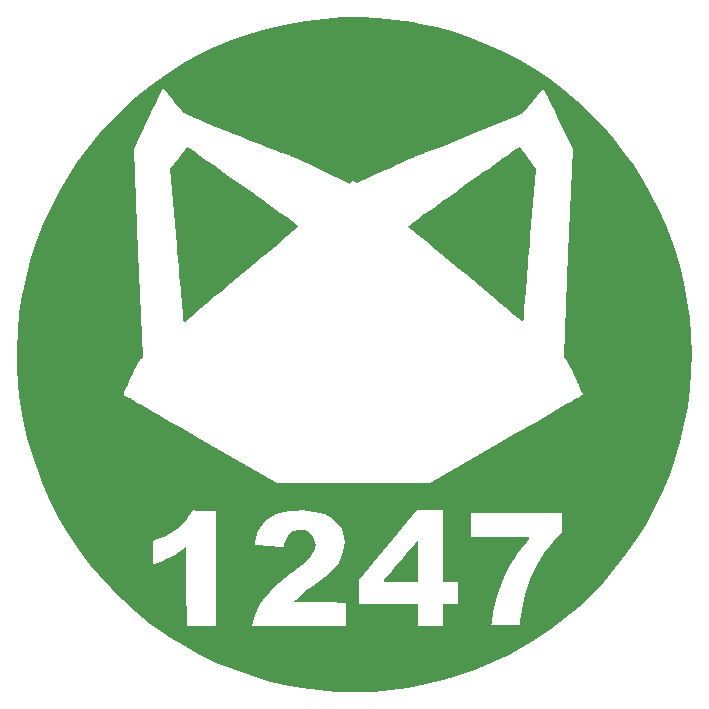
<source format=gbr>
%TF.GenerationSoftware,KiCad,Pcbnew,(6.0.5)*%
%TF.CreationDate,2023-06-02T13:35:43-04:00*%
%TF.ProjectId,Robocat Pin,526f626f-6361-4742-9050-696e2e6b6963,rev?*%
%TF.SameCoordinates,Original*%
%TF.FileFunction,Copper,L1,Top*%
%TF.FilePolarity,Positive*%
%FSLAX46Y46*%
G04 Gerber Fmt 4.6, Leading zero omitted, Abs format (unit mm)*
G04 Created by KiCad (PCBNEW (6.0.5)) date 2023-06-02 13:35:43*
%MOMM*%
%LPD*%
G01*
G04 APERTURE LIST*
G04 APERTURE END LIST*
%TO.C,G\u002A\u002A\u002A*%
G36*
X58270121Y-68266965D02*
G01*
X58277754Y-68378686D01*
X58284406Y-68559190D01*
X58289938Y-68802036D01*
X58294216Y-69100780D01*
X58297103Y-69448980D01*
X58298463Y-69840194D01*
X58298553Y-69976210D01*
X58298553Y-71735562D01*
X56808039Y-71735562D01*
X56468270Y-71734709D01*
X56155699Y-71732282D01*
X55879376Y-71728476D01*
X55648349Y-71723489D01*
X55471668Y-71717515D01*
X55358382Y-71710752D01*
X55317540Y-71703396D01*
X55317524Y-71703246D01*
X55343143Y-71666648D01*
X55416107Y-71574948D01*
X55530583Y-71435032D01*
X55680735Y-71253781D01*
X55860726Y-71038079D01*
X56064722Y-70794810D01*
X56286888Y-70530857D01*
X56521387Y-70253103D01*
X56762385Y-69968431D01*
X57004045Y-69683725D01*
X57240533Y-69405868D01*
X57466013Y-69141743D01*
X57674649Y-68898233D01*
X57860607Y-68682222D01*
X58018050Y-68500593D01*
X58141144Y-68360230D01*
X58224052Y-68268015D01*
X58260940Y-68230832D01*
X58261641Y-68230470D01*
X58270121Y-68266965D01*
G37*
G36*
X38783907Y-34926328D02*
G01*
X38825057Y-34950244D01*
X38928029Y-35018619D01*
X39088306Y-35128276D01*
X39301372Y-35276034D01*
X39562709Y-35458715D01*
X39867802Y-35673139D01*
X40212133Y-35916127D01*
X40591186Y-36184500D01*
X41000444Y-36475079D01*
X41435390Y-36784684D01*
X41891508Y-37110137D01*
X42211934Y-37339216D01*
X42713251Y-37697725D01*
X43219520Y-38059448D01*
X43723741Y-38419399D01*
X44218908Y-38772591D01*
X44698020Y-39114040D01*
X45154073Y-39438758D01*
X45580065Y-39741761D01*
X45968992Y-40018063D01*
X46313850Y-40262676D01*
X46607638Y-40470617D01*
X46843352Y-40636898D01*
X46880352Y-40662919D01*
X47168530Y-40866418D01*
X47434752Y-41056255D01*
X47671798Y-41227144D01*
X47872445Y-41373794D01*
X48029470Y-41490916D01*
X48135652Y-41573222D01*
X48183769Y-41615423D01*
X48185874Y-41619002D01*
X48155550Y-41648763D01*
X48066645Y-41727414D01*
X47923270Y-41851503D01*
X47729540Y-42017577D01*
X47489565Y-42222184D01*
X47207460Y-42461870D01*
X46887335Y-42733184D01*
X46533304Y-43032672D01*
X46149479Y-43356881D01*
X45739973Y-43702359D01*
X45308897Y-44065654D01*
X44860365Y-44443312D01*
X44398489Y-44831881D01*
X43927381Y-45227908D01*
X43451154Y-45627940D01*
X42973920Y-46028525D01*
X42499792Y-46426210D01*
X42032882Y-46817542D01*
X41577302Y-47199069D01*
X41137166Y-47567337D01*
X40716586Y-47918895D01*
X40319673Y-48250289D01*
X39950541Y-48558066D01*
X39613302Y-48838774D01*
X39312068Y-49088961D01*
X39050952Y-49305173D01*
X38834066Y-49483958D01*
X38665523Y-49621863D01*
X38549436Y-49715435D01*
X38489916Y-49761222D01*
X38482878Y-49765383D01*
X38451156Y-49735962D01*
X38451115Y-49735160D01*
X38447494Y-49691753D01*
X38437140Y-49571330D01*
X38420430Y-49378236D01*
X38397744Y-49116817D01*
X38369459Y-48791418D01*
X38335956Y-48406384D01*
X38297612Y-47966062D01*
X38254805Y-47474796D01*
X38207916Y-46936933D01*
X38157321Y-46356816D01*
X38103400Y-45738793D01*
X38046532Y-45087209D01*
X37987094Y-44406408D01*
X37925466Y-43700737D01*
X37884610Y-43233031D01*
X37319240Y-36761530D01*
X38020660Y-35841713D01*
X38213727Y-35591467D01*
X38388500Y-35370632D01*
X38538935Y-35186454D01*
X38658992Y-35046179D01*
X38742629Y-34957053D01*
X38783803Y-34926322D01*
X38783907Y-34926328D01*
G37*
G36*
X66920902Y-34942332D02*
G01*
X66998136Y-35029912D01*
X67109889Y-35167400D01*
X67249638Y-35346555D01*
X67410862Y-35559134D01*
X67587039Y-35796896D01*
X67622055Y-35844772D01*
X68308741Y-36785630D01*
X67816733Y-42428361D01*
X67757058Y-43114466D01*
X67698794Y-43787677D01*
X67642401Y-44442509D01*
X67588340Y-45073475D01*
X67537071Y-45675088D01*
X67489057Y-46241864D01*
X67444757Y-46768315D01*
X67404632Y-47248955D01*
X67369144Y-47678299D01*
X67338753Y-48050859D01*
X67313919Y-48361151D01*
X67295104Y-48603687D01*
X67282769Y-48772982D01*
X67279289Y-48826558D01*
X67263388Y-49072232D01*
X67246904Y-49294339D01*
X67231097Y-49478146D01*
X67217227Y-49608919D01*
X67207119Y-49670202D01*
X67198369Y-49677712D01*
X67177730Y-49673964D01*
X67142370Y-49656664D01*
X67089452Y-49623513D01*
X67016143Y-49572219D01*
X66919608Y-49500483D01*
X66797013Y-49406012D01*
X66645523Y-49286508D01*
X66462304Y-49139677D01*
X66244521Y-48963223D01*
X65989340Y-48754850D01*
X65693925Y-48512263D01*
X65355443Y-48233165D01*
X64971060Y-47915261D01*
X64537940Y-47556256D01*
X64053249Y-47153853D01*
X63514152Y-46705758D01*
X62917816Y-46209674D01*
X62320900Y-45712836D01*
X61773751Y-45257163D01*
X61243973Y-44815624D01*
X60734944Y-44391051D01*
X60250039Y-43986273D01*
X59792636Y-43604119D01*
X59366111Y-43247419D01*
X58973843Y-42919004D01*
X58619206Y-42621702D01*
X58305578Y-42358344D01*
X58036337Y-42131760D01*
X57814858Y-41944779D01*
X57644519Y-41800231D01*
X57528696Y-41700946D01*
X57470766Y-41649754D01*
X57464486Y-41643148D01*
X57497728Y-41614589D01*
X57593008Y-41542051D01*
X57745746Y-41428806D01*
X57951365Y-41278125D01*
X58205285Y-41093279D01*
X58502928Y-40877540D01*
X58839715Y-40634178D01*
X59211066Y-40366465D01*
X59612404Y-40077673D01*
X60039150Y-39771072D01*
X60486724Y-39449934D01*
X60950548Y-39117530D01*
X61426043Y-38777132D01*
X61908631Y-38432010D01*
X62393733Y-38085437D01*
X62876769Y-37740683D01*
X63353161Y-37401019D01*
X63818331Y-37069717D01*
X64267699Y-36750049D01*
X64696686Y-36445285D01*
X65100715Y-36158697D01*
X65475206Y-35893556D01*
X65815581Y-35653134D01*
X66117260Y-35440701D01*
X66375664Y-35259529D01*
X66586216Y-35112889D01*
X66744337Y-35004053D01*
X66845446Y-34936292D01*
X66884708Y-34912905D01*
X66920902Y-34942332D01*
G37*
G36*
X29422144Y-68776589D02*
G01*
X28601092Y-67522780D01*
X27846566Y-66226777D01*
X27160378Y-64891158D01*
X26544340Y-63518501D01*
X26000263Y-62111387D01*
X25529960Y-60672394D01*
X25223665Y-59561708D01*
X24883759Y-58060891D01*
X24625054Y-56553855D01*
X24547481Y-55893024D01*
X33377069Y-55893024D01*
X33377800Y-55896215D01*
X33415859Y-55919508D01*
X33521133Y-55981583D01*
X33690099Y-56080397D01*
X33919234Y-56213910D01*
X34205015Y-56380080D01*
X34543919Y-56576866D01*
X34932423Y-56802225D01*
X35367005Y-57054117D01*
X35844141Y-57330500D01*
X36360309Y-57629332D01*
X36911985Y-57948573D01*
X37495647Y-58286180D01*
X38107773Y-58640113D01*
X38744838Y-59008329D01*
X39403320Y-59388788D01*
X39881511Y-59664995D01*
X46354019Y-63403096D01*
X52812913Y-63404055D01*
X59271807Y-63405015D01*
X65778348Y-59647502D01*
X66451142Y-59258783D01*
X67104650Y-58880848D01*
X67735385Y-58515731D01*
X68339859Y-58165463D01*
X68914583Y-57832078D01*
X69456069Y-57517608D01*
X69960831Y-57224086D01*
X70425379Y-56953544D01*
X70846227Y-56708014D01*
X71219886Y-56489530D01*
X71542868Y-56300124D01*
X71811686Y-56141828D01*
X72022851Y-56016674D01*
X72172876Y-55926697D01*
X72258272Y-55873927D01*
X72277806Y-55859962D01*
X72259531Y-55817410D01*
X72210510Y-55709112D01*
X72134551Y-55543328D01*
X72035461Y-55328313D01*
X71917046Y-55072328D01*
X71783114Y-54783628D01*
X71637471Y-54470473D01*
X71614473Y-54421092D01*
X71442408Y-54052846D01*
X71300041Y-53751346D01*
X71183326Y-53508963D01*
X71088216Y-53318067D01*
X71010666Y-53171029D01*
X70946630Y-53060221D01*
X70892061Y-52978012D01*
X70842915Y-52916774D01*
X70795144Y-52868877D01*
X70787841Y-52862367D01*
X70617460Y-52712484D01*
X71016649Y-43898862D01*
X71415837Y-35085240D01*
X70183535Y-32532989D01*
X69977208Y-32106076D01*
X69780921Y-31700739D01*
X69597606Y-31322982D01*
X69430192Y-30978805D01*
X69281611Y-30674210D01*
X69154794Y-30415199D01*
X69052670Y-30207773D01*
X68978173Y-30057934D01*
X68934231Y-29971684D01*
X68923365Y-29952481D01*
X68892174Y-29976354D01*
X68816331Y-30057059D01*
X68701935Y-30187439D01*
X68555089Y-30360336D01*
X68381890Y-30568593D01*
X68188439Y-30805052D01*
X68037942Y-30991358D01*
X67180386Y-32058493D01*
X66710772Y-32259122D01*
X65426948Y-32802431D01*
X64146942Y-33333990D01*
X62884242Y-33848359D01*
X61652338Y-34340101D01*
X60464719Y-34803776D01*
X59334874Y-35233946D01*
X59299849Y-35247088D01*
X58989358Y-35364478D01*
X58699357Y-35476438D01*
X58420315Y-35587094D01*
X58142703Y-35700568D01*
X57856990Y-35820987D01*
X57553646Y-35952474D01*
X57223141Y-36099153D01*
X56855944Y-36265149D01*
X56442525Y-36454586D01*
X55973354Y-36671589D01*
X55508206Y-36887972D01*
X53104175Y-38008450D01*
X52968076Y-37904643D01*
X52866124Y-37831431D01*
X52798585Y-37809012D01*
X52735601Y-37837780D01*
X52657102Y-37908751D01*
X52544461Y-38016668D01*
X50082199Y-36870127D01*
X49542160Y-36619256D01*
X49066972Y-36399954D01*
X48647874Y-36208413D01*
X48276105Y-36040826D01*
X47942904Y-35893384D01*
X47639510Y-35762279D01*
X47357162Y-35643704D01*
X47087098Y-35533849D01*
X46820557Y-35428908D01*
X46548779Y-35325072D01*
X46394855Y-35267411D01*
X45954036Y-35101670D01*
X45454021Y-34910912D01*
X44911016Y-34701504D01*
X44341229Y-34479809D01*
X43760867Y-34252192D01*
X43186135Y-34025018D01*
X42633241Y-33804652D01*
X42118392Y-33597459D01*
X41657794Y-33409802D01*
X41514952Y-33350970D01*
X41130541Y-33191509D01*
X40744112Y-33030072D01*
X40363359Y-32869962D01*
X39995972Y-32714482D01*
X39649644Y-32566935D01*
X39332066Y-32430621D01*
X39050930Y-32308845D01*
X38813929Y-32204909D01*
X38628753Y-32122115D01*
X38503095Y-32063765D01*
X38444647Y-32033163D01*
X38443264Y-32032139D01*
X38403003Y-31988789D01*
X38318637Y-31889434D01*
X38196745Y-31742114D01*
X38043904Y-31554867D01*
X37866693Y-31335734D01*
X37671689Y-31092752D01*
X37555250Y-30946855D01*
X37355859Y-30697500D01*
X37172953Y-30470643D01*
X37012618Y-30273687D01*
X36880942Y-30114034D01*
X36784012Y-29999086D01*
X36727915Y-29936247D01*
X36716330Y-29926681D01*
X36696608Y-29964977D01*
X36644335Y-30070938D01*
X36562385Y-30238639D01*
X36453630Y-30462153D01*
X36320946Y-30735558D01*
X36167204Y-31052926D01*
X35995278Y-31408333D01*
X35808042Y-31795855D01*
X35608370Y-32209565D01*
X35457005Y-32523464D01*
X34212353Y-35105573D01*
X34615416Y-43895567D01*
X35018478Y-52685562D01*
X34850420Y-52846224D01*
X34801352Y-52898895D01*
X34748687Y-52968995D01*
X34688521Y-53063945D01*
X34616952Y-53191168D01*
X34530077Y-53358086D01*
X34423995Y-53572122D01*
X34294804Y-53840697D01*
X34138600Y-54171235D01*
X34014479Y-54436210D01*
X33866984Y-54754299D01*
X33732367Y-55049339D01*
X33614188Y-55313164D01*
X33516009Y-55537609D01*
X33441389Y-55714511D01*
X33393889Y-55835704D01*
X33377069Y-55893024D01*
X24547481Y-55893024D01*
X24447595Y-55042107D01*
X24351431Y-53527157D01*
X24336608Y-52010513D01*
X24403175Y-50493685D01*
X24551178Y-48978180D01*
X24780665Y-47465508D01*
X24834590Y-47172700D01*
X25155758Y-45694461D01*
X25553454Y-44241439D01*
X26025793Y-42816343D01*
X26570889Y-41421877D01*
X27186855Y-40060748D01*
X27871806Y-38735664D01*
X28623857Y-37449329D01*
X29441120Y-36204451D01*
X30321712Y-35003736D01*
X31263744Y-33849891D01*
X32265332Y-32745621D01*
X33324590Y-31693634D01*
X34439632Y-30696636D01*
X35608572Y-29757332D01*
X36829524Y-28878431D01*
X38100603Y-28062637D01*
X38186817Y-28010717D01*
X39516117Y-27260626D01*
X40881073Y-26583136D01*
X42278110Y-25979736D01*
X43703656Y-25451918D01*
X45154135Y-25001173D01*
X45846780Y-24815526D01*
X47335349Y-24478473D01*
X48835505Y-24221476D01*
X50343984Y-24044623D01*
X51857522Y-23948005D01*
X53372858Y-23931711D01*
X54886728Y-23995831D01*
X56395868Y-24140454D01*
X57897017Y-24365671D01*
X58448214Y-24469139D01*
X59934147Y-24804482D01*
X61392977Y-25215998D01*
X62822159Y-25702001D01*
X64219148Y-26260803D01*
X65581396Y-26890716D01*
X66906358Y-27590053D01*
X68191489Y-28357128D01*
X69434241Y-29190252D01*
X70632070Y-30087738D01*
X71782429Y-31047899D01*
X72882772Y-32069049D01*
X73930553Y-33149498D01*
X74923227Y-34287560D01*
X75858247Y-35481548D01*
X76561547Y-36473664D01*
X77350599Y-37702058D01*
X78066598Y-38951841D01*
X78714074Y-40232223D01*
X79297558Y-41552415D01*
X79821578Y-42921626D01*
X80026471Y-43517877D01*
X80467988Y-44973924D01*
X80829965Y-46445502D01*
X81112396Y-47929582D01*
X81315274Y-49423132D01*
X81438595Y-50923124D01*
X81482352Y-52426526D01*
X81446539Y-53930310D01*
X81331152Y-55431444D01*
X81136184Y-56926899D01*
X80861629Y-58413644D01*
X80507483Y-59888650D01*
X80073738Y-61348887D01*
X80060314Y-61389938D01*
X79545975Y-62829384D01*
X78959710Y-64231614D01*
X78303362Y-65594465D01*
X77578773Y-66915773D01*
X76787784Y-68193375D01*
X75932239Y-69425107D01*
X75013980Y-70608806D01*
X74034847Y-71742308D01*
X72996685Y-72823450D01*
X71901334Y-73850068D01*
X70750637Y-74819999D01*
X69546436Y-75731079D01*
X68290574Y-76581144D01*
X66984892Y-77368032D01*
X66001433Y-77901277D01*
X64654288Y-78552852D01*
X63272070Y-79131975D01*
X61859174Y-79637697D01*
X60419994Y-80069070D01*
X58958925Y-80425145D01*
X57480363Y-80704972D01*
X55988703Y-80907602D01*
X54488340Y-81032086D01*
X52983668Y-81077476D01*
X51479084Y-81042821D01*
X51458521Y-81041788D01*
X49946503Y-80924543D01*
X48445674Y-80727115D01*
X46959339Y-80450613D01*
X45490806Y-80096146D01*
X44043380Y-79664820D01*
X42620368Y-79157746D01*
X41225077Y-78576030D01*
X39860812Y-77920781D01*
X38530880Y-77193108D01*
X37238588Y-76394119D01*
X36880064Y-76155147D01*
X35644056Y-75268917D01*
X34461891Y-74322439D01*
X33335383Y-73318291D01*
X32266342Y-72259053D01*
X31256581Y-71147304D01*
X30568111Y-70304247D01*
X35838746Y-70304247D01*
X36164137Y-70184271D01*
X36564984Y-70024799D01*
X36977596Y-69839488D01*
X37383317Y-69637993D01*
X37763494Y-69429972D01*
X38099470Y-69225077D01*
X38338888Y-69058691D01*
X38676849Y-68804496D01*
X38687297Y-72128067D01*
X38697744Y-75451639D01*
X41229100Y-75451639D01*
X44247264Y-75451639D01*
X52173151Y-75451639D01*
X52173151Y-73614018D01*
X53316560Y-73614018D01*
X58298553Y-73614018D01*
X58298553Y-75451639D01*
X60422026Y-75451639D01*
X60422026Y-73614018D01*
X61647106Y-73614018D01*
X61647106Y-71735562D01*
X60422026Y-71735562D01*
X60422026Y-67937812D01*
X62790515Y-67937812D01*
X65281511Y-67937812D01*
X65810131Y-67938092D01*
X66262341Y-67939076D01*
X66643404Y-67940979D01*
X66958583Y-67944015D01*
X67213137Y-67948401D01*
X67412331Y-67954350D01*
X67561424Y-67962079D01*
X67665680Y-67971802D01*
X67730359Y-67983735D01*
X67760724Y-67998093D01*
X67762037Y-68015090D01*
X67739559Y-68034942D01*
X67734582Y-68038104D01*
X67688662Y-68084525D01*
X67603862Y-68187175D01*
X67488093Y-68335344D01*
X67349264Y-68518321D01*
X67195286Y-68725397D01*
X67034071Y-68945860D01*
X66873528Y-69169000D01*
X66721567Y-69384106D01*
X66586100Y-69580469D01*
X66496679Y-69714179D01*
X66096746Y-70356449D01*
X65757095Y-70976688D01*
X65468479Y-71595718D01*
X65221653Y-72234362D01*
X65007372Y-72913440D01*
X64901052Y-73307748D01*
X64827848Y-73609157D01*
X64752969Y-73943813D01*
X64680827Y-74289724D01*
X64615833Y-74624895D01*
X64562399Y-74927333D01*
X64524937Y-75175043D01*
X64522182Y-75196414D01*
X64495105Y-75410803D01*
X66946192Y-75410803D01*
X66975338Y-75094324D01*
X67100862Y-74123711D01*
X67295669Y-73171812D01*
X67557150Y-72246345D01*
X67882691Y-71355032D01*
X68269683Y-70505592D01*
X68715513Y-69705745D01*
X68891953Y-69428327D01*
X69170687Y-69023337D01*
X69445380Y-68665692D01*
X69740066Y-68326043D01*
X70078778Y-67975040D01*
X70095720Y-67958230D01*
X70507980Y-67549870D01*
X70508250Y-66722941D01*
X70508521Y-65896012D01*
X62790515Y-65896012D01*
X62790515Y-67937812D01*
X60422026Y-67937812D01*
X60422026Y-65691832D01*
X58232968Y-65691832D01*
X53316560Y-71548824D01*
X53316560Y-73614018D01*
X52173151Y-73614018D01*
X52173151Y-73504759D01*
X50672428Y-73477777D01*
X50291825Y-73471307D01*
X49903862Y-73465390D01*
X49524260Y-73460218D01*
X49168740Y-73455984D01*
X48853023Y-73452878D01*
X48592831Y-73451095D01*
X48458781Y-73450734D01*
X47745857Y-73450674D01*
X47927913Y-73263812D01*
X48217139Y-72990045D01*
X48578952Y-72687529D01*
X49010423Y-72358621D01*
X49396302Y-72083277D01*
X49785833Y-71808168D01*
X50116089Y-71565101D01*
X50398354Y-71344990D01*
X50643914Y-71138748D01*
X50864053Y-70937287D01*
X51053058Y-70749153D01*
X51268512Y-70517974D01*
X51437577Y-70313570D01*
X51577522Y-70111553D01*
X51705617Y-69887534D01*
X51807411Y-69683936D01*
X51975344Y-69247557D01*
X52070429Y-68797890D01*
X52092513Y-68345955D01*
X52041442Y-67902771D01*
X51917061Y-67479357D01*
X51840581Y-67305249D01*
X51628451Y-66955212D01*
X51352806Y-66632690D01*
X51029811Y-66352423D01*
X50675630Y-66129148D01*
X50430014Y-66019181D01*
X50004022Y-65888274D01*
X49526703Y-65791059D01*
X49014499Y-65727595D01*
X48483848Y-65697944D01*
X47951190Y-65702166D01*
X47432964Y-65740322D01*
X46945611Y-65812473D01*
X46505569Y-65918678D01*
X46258257Y-66003801D01*
X45835316Y-66211219D01*
X45468326Y-66477641D01*
X45156984Y-66803444D01*
X44900990Y-67189002D01*
X44700041Y-67634692D01*
X44557898Y-68122742D01*
X44516326Y-68323787D01*
X44492677Y-68476411D01*
X44488466Y-68569082D01*
X44496363Y-68591424D01*
X44546423Y-68600962D01*
X44666322Y-68614936D01*
X44844413Y-68632260D01*
X45069051Y-68651850D01*
X45328588Y-68672620D01*
X45526328Y-68687391D01*
X45815391Y-68708680D01*
X46088809Y-68729402D01*
X46332266Y-68748429D01*
X46531447Y-68764628D01*
X46672035Y-68776869D01*
X46722179Y-68781830D01*
X46926995Y-68804363D01*
X46992774Y-68524223D01*
X47105327Y-68165475D01*
X47258965Y-67866921D01*
X47450381Y-67633650D01*
X47676266Y-67470749D01*
X47678561Y-67469558D01*
X47832751Y-67414116D01*
X48038300Y-67372604D01*
X48265608Y-67348181D01*
X48485076Y-67344006D01*
X48667103Y-67363237D01*
X48669689Y-67363782D01*
X48950313Y-67461843D01*
X49193098Y-67621571D01*
X49389946Y-67830949D01*
X49532759Y-68077958D01*
X49613440Y-68350581D01*
X49623889Y-68636801D01*
X49606312Y-68753755D01*
X49550481Y-68963357D01*
X49468362Y-69166437D01*
X49354676Y-69368839D01*
X49204146Y-69576407D01*
X49011492Y-69794986D01*
X48771437Y-70030420D01*
X48478704Y-70288554D01*
X48128012Y-70575232D01*
X47714086Y-70896298D01*
X47579100Y-70998456D01*
X47015554Y-71433759D01*
X46522067Y-71838379D01*
X46094629Y-72216041D01*
X45729230Y-72570473D01*
X45421859Y-72905399D01*
X45168505Y-73224546D01*
X45138944Y-73265610D01*
X44928830Y-73597516D01*
X44728661Y-73981451D01*
X44549347Y-74391746D01*
X44401797Y-74802731D01*
X44296923Y-75188735D01*
X44274929Y-75298504D01*
X44247264Y-75451639D01*
X41229100Y-75451639D01*
X41229100Y-65732668D01*
X40561579Y-65732668D01*
X40300090Y-65730948D01*
X40033358Y-65726218D01*
X39786947Y-65719125D01*
X39586424Y-65710316D01*
X39524850Y-65706461D01*
X39349781Y-65695162D01*
X39239304Y-65693213D01*
X39176618Y-65703183D01*
X39144925Y-65727644D01*
X39128054Y-65767176D01*
X39075893Y-65880187D01*
X38981344Y-66037927D01*
X38856196Y-66224011D01*
X38712240Y-66422054D01*
X38561263Y-66615670D01*
X38415057Y-66788474D01*
X38320185Y-66889974D01*
X37878063Y-67279670D01*
X37369305Y-67623480D01*
X36793371Y-67921729D01*
X36233258Y-68145804D01*
X35838899Y-68284918D01*
X35838823Y-69294583D01*
X35838746Y-70304247D01*
X30568111Y-70304247D01*
X30307911Y-69985623D01*
X29422144Y-68776589D01*
G37*
%TD*%
M02*

</source>
